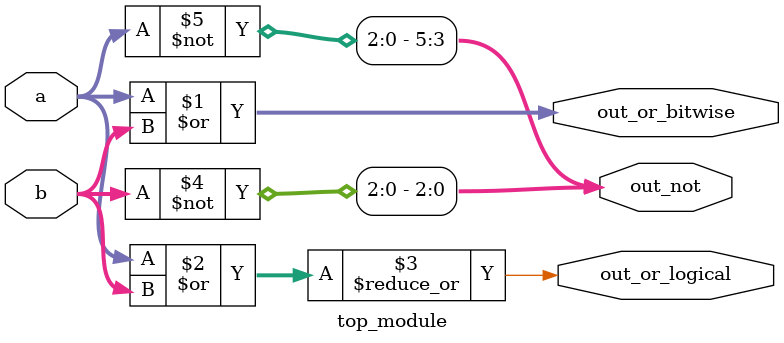
<source format=sv>
module top_module(
    input [2:0] a, 
    input [2:0] b, 
    output [2:0] out_or_bitwise,
    output out_or_logical,
    output [5:0] out_not
);

    // Perform bitwise OR operation
    assign out_or_bitwise = a | b;

    // Perform logical OR operation
    assign out_or_logical = |(a | b);

    // Perform bitwise NOT operation and concatenate results
    assign out_not = {~a, ~b};

endmodule

</source>
